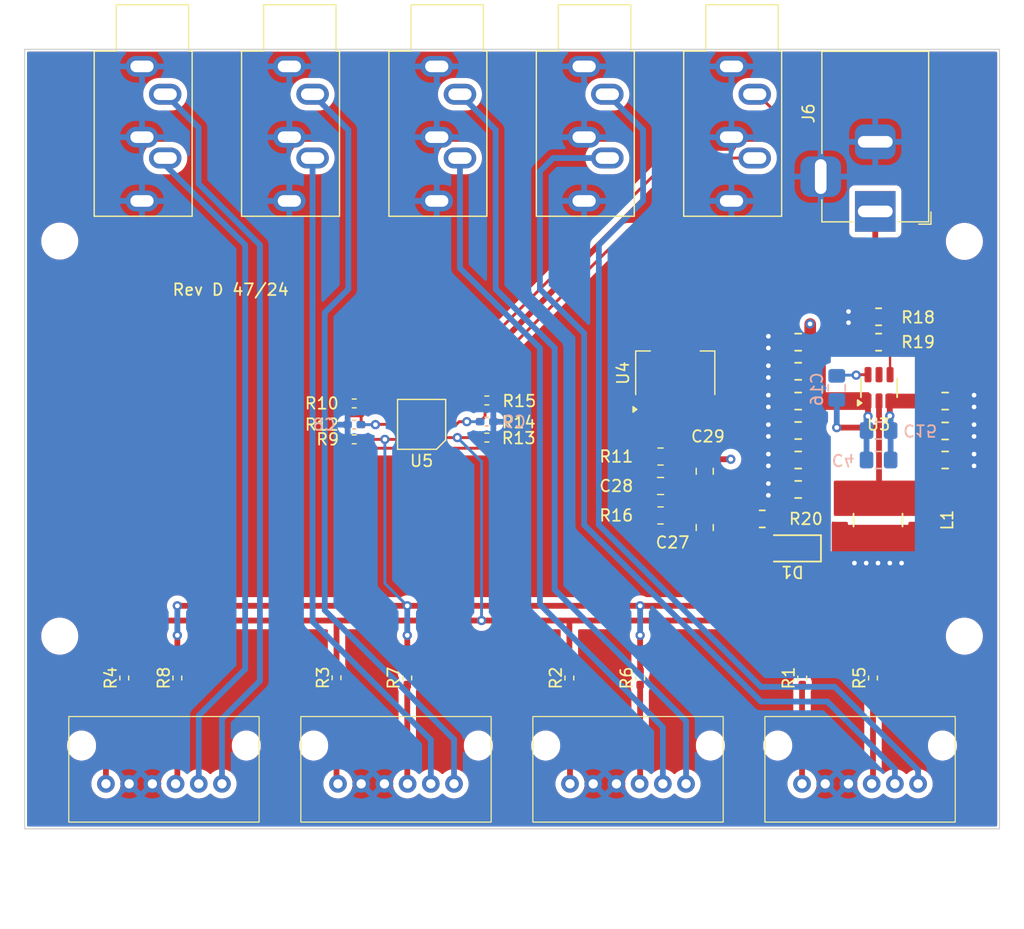
<source format=kicad_pcb>
(kicad_pcb (version 20240108) (generator "pcbnew") (generator_version "8.0")
  (title_block (title "${PROJECTNAME}") (date "2024-10-22") (rev "${REVISION}") (company "Created By: ${AUTHOR}"))
  (layers (0 "F.Cu" signal) (1 "In1.Cu" power) (2 "In2.Cu" power) (31 "B.Cu" signal) (34 "B.Paste" user) (35 "F.Paste" user) (36 "B.SilkS" user "B.Silkscreen") (37 "F.SilkS" user "F.Silkscreen") (38 "B.Mask" user) (39 "F.Mask" user) (44 "Edge.Cuts" user))
  (property "AUTHOR" "C Sutton")
  (property "PROJECTNAME" "Tiny4xPoweredStereoMixer")
  (property "REVISION" "D")
  (property "WEEK" "47/24")
  (net 0 "")
  (net 1 "+5V")
  (net 2 "GND")
  (net 3 "-2V5")
  (net 4 "Net-(U3-SW)")
  (net 5 "Net-(U3-BOOT)")
  (net 6 "Net-(D1-A)")
  (net 7 "/ch4_left_mix_in")
  (net 8 "Net-(U5A--)")
  (net 9 "/ch3_left_mix_in")
  (net 10 "/ch2_left_mix_in")
  (net 11 "/ch1_left_mix_in")
  (net 12 "/ch4_right_mix_in")
  (net 13 "Net-(U5C--)")
  (net 14 "/ch3_right_mix_in")
  (net 15 "/ch2_right_mix_in")
  (net 16 "/ch1_right_mix_in")
  (net 17 "Net-(R12-Pad1)")
  (net 18 "Net-(U5D--)")
  (net 20 "Net-(R13-Pad2)")
  (net 21 "Net-(U5B--)")
  (net 22 "/TPS54202 Inverting PSU/VSENSE")
  (net 23 "+2V5")
  (net 24 "Net-(U4-ADJ)")
  (net 25 "Net-(J1-PadR)")
  (net 26 "Net-(J1-PadT)")
  (net 27 "Net-(J2-PadT)")
  (net 28 "Net-(J2-PadR)")
  (net 29 "Net-(J3-PadT)")
  (net 30 "Net-(J3-PadR)")
  (net 31 "Net-(J4-PadR)")
  (net 32 "Net-(J4-PadT)")
  (net 33 "Net-(J9-PadT)")
  (net 34 "Net-(J9-PadR)")
  (footprint "Resistor_SMD:R_0402_1005Metric_Pad0.72x0.64mm_HandSolder" (layer "F.Cu") (at 168.656 104.648 90)
    (property "Reference" "R1")
    (property "Value" "10k")
  )
  (footprint "Capacitor_SMD:C_0805_2012Metric_Pad1.18x1.45mm_HandSolder" (layer "F.Cu") (at 180.9711 83.35)
    (property "Reference" "C2" (hide yes))
    (property "Value" "10uF")
  )
  (footprint "Connector_BarrelJack:BarrelJack_Horizontal" (layer "F.Cu") (at 174.9475 64.42 -90)
    (property "Reference" "J6")
    (property "Value" "Barrel_Jack_Switch")
  )
  (footprint "Resistor_SMD:R_0402_1005Metric_Pad0.72x0.64mm_HandSolder" (layer "F.Cu") (at 110.236 104.648 90)
    (property "Reference" "R4")
    (property "Value" "10k")
  )
  (footprint "Resistor_SMD:R_0402_1005Metric_Pad0.72x0.64mm_HandSolder" (layer "F.Cu") (at 134.62 104.648 90)
    (property "Reference" "R7")
    (property "Value" "10k")
  )
  (footprint "Resistor_SMD:R_0402_1005Metric_Pad0.72x0.64mm_HandSolder" (layer "F.Cu") (at 130.048 80.9752)
    (property "Reference" "R10")
    (property "Value" "10k")
  )
  (footprint "Resistor_SMD:R_0402_1005Metric_Pad0.72x0.64mm_HandSolder" (layer "F.Cu") (at 154.686 104.648 90)
    (property "Reference" "R6")
    (property "Value" "10k")
  )
  (footprint "Resistor_SMD:R_0805_2012Metric_Pad1.20x1.40mm_HandSolder" (layer "F.Cu") (at 156.4425 85.555 180)
    (property "Reference" "R11")
    (property "Value" "120R")
  )
  (footprint "Resistor_SMD:R_0402_1005Metric_Pad0.72x0.64mm_HandSolder" (layer "F.Cu") (at 130.048 82.804)
    (property "Reference" "R12")
    (property "Value" "10k")
  )
  (footprint "Resistor_SMD:R_0805_2012Metric_Pad1.20x1.40mm_HandSolder" (layer "F.Cu") (at 175.2346 73.5076 180)
    (property "Reference" "R18")
    (property "Value" "50K")
  )
  (footprint "Connector_Audio:Jack_3.5mm_CUI_SJ1-3535NG_Horizontal" (layer "F.Cu") (at 111.76 51.9176)
    (property "Reference" "J1" (hide yes))
    (property "Value" "AudioJack3_SwitchTR")
  )
  (footprint "Resistor_SMD:R_0805_2012Metric_Pad1.20x1.40mm_HandSolder" (layer "F.Cu") (at 156.4425 90.635)
    (property "Reference" "R16")
    (property "Value" "120R")
  )
  (footprint "Capacitor_SMD:C_0805_2012Metric_Pad1.18x1.45mm_HandSolder" (layer "F.Cu") (at 168.303 83.312)
    (property "Reference" "C26" (hide yes))
    (property "Value" "22uF")
  )
  (footprint "Resistor_SMD:R_0402_1005Metric_Pad0.72x0.64mm_HandSolder" (layer "F.Cu") (at 141.478 82.55 180)
    (property "Reference" "R14")
    (property "Value" "10k")
  )
  (footprint "Resistor_SMD:R_0402_1005Metric_Pad0.72x0.64mm_HandSolder" (layer "F.Cu") (at 141.478 83.9216)
    (property "Reference" "R13")
    (property "Value" "10k")
  )
  (footprint "Resistor_SMD:R_0402_1005Metric_Pad0.72x0.64mm_HandSolder" (layer "F.Cu") (at 148.59 104.648 90)
    (property "Reference" "R2")
    (property "Value" "10k")
  )
  (footprint "Resistor_SMD:R_0402_1005Metric_Pad0.72x0.64mm_HandSolder" (layer "F.Cu") (at 174.752 104.648 90)
    (property "Reference" "R5")
    (property "Value" "10k")
  )
  (footprint "Capacitor_SMD:C_0805_2012Metric_Pad1.18x1.45mm_HandSolder" (layer "F.Cu") (at 160.2525 86.825 -90)
    (property "Reference" "C29")
    (property "Value" "10uF")
  )
  (footprint "Connector_Audio:Jack_3.5mm_CUI_SJ1-3535NG_Horizontal" (layer "F.Cu") (at 149.86 51.9176)
    (property "Reference" "J4" (hide yes))
    (property "Value" "AudioJack3_SwitchTR")
  )
  (footprint "Resistor_SMD:R_0402_1005Metric_Pad0.72x0.64mm_HandSolder" (layer "F.Cu") (at 141.478 80.7212 180)
    (property "Reference" "R15")
    (property "Value" "10k")
  )
  (footprint "Capacitor_SMD:C_0805_2012Metric_Pad1.18x1.45mm_HandSolder" (layer "F.Cu") (at 168.303 80.772)
    (property "Reference" "C25" (hide yes))
    (property "Value" "22uF")
  )
  (footprint "Resistor_SMD:R_0402_1005Metric_Pad0.72x0.64mm_HandSolder" (layer "F.Cu") (at 130.048 84.074 180)
    (property "Reference" "R9")
    (property "Value" "10k")
  )
  (footprint "Inductor_SMD:L_Ferrocore_DLG-0403" (layer "F.Cu") (at 175.1838 91.033 -90)
    (property "Reference" "L1")
    (property "Value" "22uH")
  )
  (footprint "Package_TO_SOT_SMD:SOT-23-6" (layer "F.Cu") (at 175.2713 79.6345 90)
    (property "Reference" "U3")
    (property "Value" "TPS54202DDC")
  )
  (footprint "Resistor_SMD:R_0805_2012Metric_Pad1.20x1.40mm_HandSolder" (layer "F.Cu") (at 175.2333 75.692)
    (property "Reference" "R19")
    (property "Value" "2K4")
  )
  (footprint "MountingHole:MountingHole_2.7mm_M2.5" (layer "F.Cu") (at 182.626 101.0412)
    (property "Reference" "H4" (hide yes))
    (property "Value" "MountingHole")
  )
  (footprint "Connector_Audio:Jack_3.5mm_CUI_SJ1-3535NG_Horizontal" (layer "F.Cu") (at 137.16 51.9176)
    (property "Reference" "J3" (hide yes))
    (property "Value" "AudioJack3_SwitchTR")
  )
  (footprint "Capacitor_SMD:C_0805_2012Metric_Pad1.18x1.45mm_HandSolder" (layer "F.Cu") (at 168.303 78.204)
    (property "Reference" "C24" (hide yes))
    (property "Value" "22uF")
  )
  (footprint "MountingHole:MountingHole_2.7mm_M2.5" (layer "F.Cu") (at 104.6734 101.0412)
    (property "Reference" "H3" (hide yes))
    (property "Value" "MountingHole")
  )
  (footprint "Resistor_SMD:R_0402_1005Metric_Pad0.72x0.64mm_HandSolder" (layer "F.Cu") (at 128.524 104.632 90)
    (property "Reference" "R3")
    (property "Value" "10k")
  )
  (footprint "Capacitor_SMD:C_0805_2012Metric_Pad1.18x1.45mm_HandSolder" (layer "F.Cu") (at 180.9711 80.772)
    (property "Reference" "C1" (hide yes))
    (property "Value" "10uF")
  )
  (footprint "Capacitor_SMD:C_0805_2012Metric_Pad1.18x1.45mm_HandSolder" (layer "F.Cu") (at 168.303 85.852)
    (property "Reference" "C21" (hide yes))
    (property "Value" "100nF")
  )
  (footprint "Capacitor_SMD:C_0805_2012Metric_Pad1.18x1.45mm_HandSolder" (layer "F.Cu") (at 168.303 88.392)
    (property "Reference" "C22" (hide yes))
    (property "Value" "22uF")
  )
  (footprint "Capacitor_SMD:C_0805_2012Metric_Pad1.18x1.45mm_HandSolder" (layer "F.Cu") (at 156.4425 88.095)
    (property "Reference" "C28")
    (property "Value" "22uF")
  )
  (footprint "MountingHole:MountingHole_2.7mm_M2.5" (layer "F.Cu") (at 182.626 67.0052)
    (property "Reference" "H2" (hide yes))
    (property "Value" "MountingHole")
  )
  (footprint "MountingHole:MountingHole_2.7mm_M2.5" (layer "F.Cu") (at 104.6734 66.9798)
    (property "Reference" "H1" (hide yes))
    (property "Value" "MountingHole")
  )
  (footprint "Potentiometers:Alps_RK12L12_Double_Horizontal" (layer "F.Cu") (at 113.653 110.472)
    (property "Reference" "RV1" (hide yes))
    (property "Value" "10k" (hide yes))
  )
  (footprint "Connector_Audio:Jack_3.5mm_CUI_SJ1-3535NG_Horizontal" (layer "F.Cu") (at 162.56 51.9176)
    (property "Reference" "J9" (hide yes))
    (property "Value" "AudioJack3_SwitchTR")
  )
  (footprint "Capacitor_SMD:C_0805_2012Metric_Pad1.18x1.45mm_HandSolder" (layer "F.Cu") (at 180.9711 85.852)
    (property "Reference" "C3" (hide yes))
    (property "Value" "100nF")
  )
  (footprint "Capacitor_SMD:C_0805_2012Metric_Pad1.18x1.45mm_HandSolder" (layer "F.Cu") (at 160.2525 91.6725 -90)
    (property "Reference" "C27")
    (property "Value" "10uF")
  )
  (footprint "LED_SMD:LED_1206_3216Metric_Pad1.42x1.75mm_HandSolder" (layer "F.Cu") (at 167.8067 93.472 180)
    (property "Reference" "D1")
    (property "Value" "LED")
  )
  (footprint "Connector_Audio:Jack_3.5mm_CUI_SJ1-3535NG_Horizontal" (layer "F.Cu") (at 124.46 51.9176)
    (property "Reference" "J2" (hide yes))
    (property "Value" "AudioJack3_SwitchTR")
  )
  (footprint "Potentiometers:Alps_RK12L12_Double_Horizontal" (layer "F.Cu") (at 133.648066 110.472)
    (property "Reference" "RV2" (hide yes))
    (property "Value" "10k" (hide yes))
  )
  (footprint "SOT-23-THIN-14:SOIC-14" (layer "F.Cu") (at 135.856 82.78 90)
    (property "Reference" "U5")
    (property "Value" "TL074")
  )
  (footprint "Potentiometers:Alps_RK12L12_Double_Horizontal" (layer "F.Cu") (at 153.643132 110.472)
    (property "Reference" "RV3" (hide yes))
    (property "Value" "10k" (hide yes))
  )
  (footprint "Resistor_SMD:R_0402_1005Metric_Pad0.72x0.64mm_HandSolder" (layer "F.Cu") (at 114.808 104.648 90)
    (property "Reference" "R8")
    (property "Value" "10k")
  )
  (footprint "Resistor_SMD:R_0805_2012Metric_Pad1.20x1.40mm_HandSolder" (layer "F.Cu") (at 165.211 90.932)
    (property "Reference" "R20")
    (property "Value" "2K2")
  )
  (footprint "Package_TO_SOT_SMD:SOT-223-3_TabPin2" (layer "F.Cu") (at 157.7125 78.3625 90)
    (property "Reference" "U4")
    (property "Value" "LM1117MP-ADJ")
  )
  (footprint "Capacitor_SMD:C_0805_2012Metric_Pad1.18x1.45mm_HandSolder" (layer "F.Cu") (at 168.303 75.692)
    (property "Reference" "C23" (hide yes))
    (property "Value" "22uF")
  )
  (footprint "Potentiometers:Alps_RK12L12_Double_Horizontal" (layer "F.Cu") (at 173.6382 110.472)
    (property "Reference" "RV4" (hide yes))
    (property "Value" "10k" (hide yes))
  )
  (footprint "Capacitor_SMD:C_0805_2012Metric_Pad1.18x1.45mm_HandSolder" (layer "B.Cu") (at 171.6278 79.6345 -90)
    (property "Reference" "C16")
    (property "Value" "100nF")
  )
  (footprint "Capacitor_SMD:C_0805_2012Metric_Pad1.18x1.45mm_HandSolder" (layer "B.Cu") (at 175.2333 85.852 180)
    (property "Reference" "C4")
    (property "Value" "100nF")
  )
  (footprint "Capacitor_SMD:C_0402_1005Metric_Pad0.74x0.62mm_HandSolder" (layer "B.Cu") (at 141.4693 82.55)
    (property "Reference" "C9")
    (property "Value" "100nF")
  )
  (footprint "Capacitor_SMD:C_0805_2012Metric_Pad1.18x1.45mm_HandSolder" (layer "B.Cu") (at 175.2333 83.312 180)
    (property "Reference" "C15")
    (property "Value" "10uF")
  )
  (footprint "Capacitor_SMD:C_0402_1005Metric_Pad0.74x0.62mm_HandSolder" (layer "B.Cu") (at 130.048 82.804 180)
    (property "Reference" "C8")
    (property "Value" "100nF")
  )
  (gr_line (start 101.6508 117.6528) (end 101.6508 50.4444) (stroke (width 0.1)) (layer "Edge.Cuts"))
  (gr_line (start 101.6508 50.4444) (end 185.6508 50.4444) (stroke (width 0.1)) (layer "Edge.Cuts"))
  (gr_line (start 185.6508 50.4444) (end 185.6508 117.6528) (stroke (width 0.1)) (layer "Edge.Cuts"))
  (gr_line (start 185.6508 117.6528) (end 101.6508 117.6528) (stroke (width 0.1)) (layer "Edge.Cuts"))
  (gr_text "${PROJECTNAME}\n" (at 114.2492 69.7992 0) (layer "F.SilkS") (effects (font (size 2 2) (thickness 0.3)) (justify left bottom)))
  (gr_text "Rev ${REVISION} ${WEEK}\n" (at 114.3 71.755 0) (layer "F.SilkS") (effects (font (size 1 1) (thickness 0.153)) (justify left bottom)))
  (segment (start 160.0125 81.28) (end 163.83 81.28) (width 0.5) (layer "F.Cu") (net 1))
  (segment (start 176.1998 82.042) (end 176.1998 80.7935) (width 0.5) (layer "F.Cu") (net 1))
  (segment (start 163.83 72.39) (end 163.83 87.0575) (width 0.5) (layer "F.Cu") (net 1))
  (segment (start 173.99 68.58) (end 167.64 68.58) (width 0.5) (layer "F.Cu") (net 1))
  (segment (start 173.99 68.58) (end 174.9475 68.58) (width 0.5) (layer "F.Cu") (net 1))
  (segment (start 167.64 68.58) (end 163.83 72.39) (width 0.5) (layer "F.Cu") (net 1))
  (segment (start 176.1998 80.7935) (end 176.2213 80.772) (width 0.5) (layer "F.Cu") (net 1))
  (segment (start 179.9336 71.9836) (end 176.53 68.58) (width 0.5) (layer "F.Cu") (net 1))
  (segment (start 179.9336 85.852) (end 179.9336 71.9836) (width 0.5) (layer "F.Cu") (net 1))
  (segment (start 176.53 68.58) (end 173.99 68.58) (width 0.5) (layer "F.Cu") (net 1))
  (segment (start 163.83 87.0575) (end 160.2525 90.635) (width 0.5) (layer "F.Cu") (net 1))
  (segment (start 174.9475 68.58) (end 174.9475 64.42) (width 0.5) (layer "F.Cu") (net 1))
  (via (at 176.1998 82.042) (size 0.8) (drill 0.4) (layers "F.Cu" "B.Cu") (net 1))
  (segment (start 176.2708 83.312) (end 176.2708 82.113) (width 0.5) (layer "B.Cu") (net 1))
  (segment (start 176.2708 85.852) (end 176.2708 83.312) (width 0.5) (layer "B.Cu") (net 1))
  (segment (start 176.2708 82.113) (end 176.1998 82.042) (width 0.5) (layer "B.Cu") (net 1))
  (segment (start 135.8392 82.28) (end 136.906 82.28) (width 0.25) (layer "F.Cu") (net 2))
  (segment (start 134.806 82.28) (end 135.8392 82.28) (width 0.25) (layer "F.Cu") (net 2))
  (segment (start 135.8392 83.28) (end 134.806 83.28) (width 0.25) (layer "F.Cu") (net 2))
  (segment (start 136.906 83.28) (end 135.8392 83.28) (width 0.25) (layer "F.Cu") (net 2))
  (segment (start 135.8392 82.28) (end 135.8392 80.7212) (width 0.25) (layer "F.Cu") (net 2))
  (segment (start 135.8392 82.28) (end 135.8392 83.28) (width 0.25) (layer "F.Cu") (net 2))
  (segment (start 135.8392 83.28) (end 135.8392 84.9884) (width 0.25) (layer "F.Cu") (net 2))
  (via (at 165.735 78.74) (size 0.8) (drill 0.4) (layers "F.Cu" "B.Cu") (net 2))
  (via (at 172.6438 73.0504) (size 0.8) (drill 0.4) (layers "F.Cu" "B.Cu") (net 2))
  (via (at 177.2158 94.742) (size 0.8) (drill 0.4) (layers "F.Cu" "B.Cu") (net 2))
  (via (at 173.1518 94.742) (size 0.8) (drill 0.4) (layers "F.Cu" "B.Cu") (net 2))
  (via (at 176.1998 94.742) (size 0.8) (drill 0.4) (layers "F.Cu" "B.Cu") (net 2))
  (via (at 165.735 86.36) (size 0.8) (drill 0.4) (layers "F.Cu" "B.Cu") (net 2))
  (via (at 165.735 83.82) (size 0.8) (drill 0.4) (layers "F.Cu" "B.Cu") (net 2))
  (via (at 165.735 81.28) (size 0.8) (drill 0.4) (layers "F.Cu" "B.Cu") (net 2))
  (via (at 165.735 75.184) (size 0.8) (drill 0.4) (layers "F.Cu" "B.Cu") (net 2))
  (via (at 165.735 82.804) (size 0.8) (drill 0.4) (layers "F.Cu" "B.Cu") (net 2))
  (via (at 183.4616 83.82) (size 0.8) (drill 0.4) (layers "F.Cu" "B.Cu") (net 2))
  (via (at 165.735 88.9) (size 0.8) (drill 0.4) (layers "F.Cu" "B.Cu") (net 2))
  (via (at 165.735 85.344) (size 0.8) (drill 0.4) (layers "F.Cu" "B.Cu") (net 2))
  (via (at 174.1678 94.742) (size 0.8) (drill 0.4) (layers "F.Cu" "B.Cu") (net 2))
  (via (at 175.1838 94.742) (size 0.8) (drill 0.4) (layers "F.Cu" "B.Cu") (net 2))
  (via (at 165.735 80.264) (size 0.8) (drill 0.4) (layers "F.Cu" "B.Cu") (net 2))
  (via (at 172.6438 74.0156) (size 0.8) (drill 0.4) (layers "F.Cu" "B.Cu") (net 2))
  (via (at 165.735 76.2) (size 0.8) (drill 0.4) (layers "F.Cu" "B.Cu") (net 2))
  (via (at 183.4616 85.344) (size 0.8) (drill 0.4) (layers "F.Cu" "B.Cu") (net 2))
  (via (at 183.4616 82.804) (size 0.8) (drill 0.4) (layers "F.Cu" "B.Cu") (net 2))
  (via (at 183.4616 80.264) (size 0.8) (drill 0.4) (layers "F.Cu" "B.Cu") (net 2))
  (via (at 183.4616 86.36) (size 0.8) (drill 0.4) (layers "F.Cu" "B.Cu") (net 2))
  (via (at 165.735 87.884) (size 0.8) (drill 0.4) (layers "F.Cu" "B.Cu") (net 2))
  (via (at 183.4616 81.28) (size 0.8) (drill 0.4) (layers "F.Cu" "B.Cu") (net 2))
  (via (at 165.735 77.724) (size 0.8) (drill 0.4) (layers "F.Cu" "B.Cu") (net 2))
  (segment (start 174.3213 82.0825) (end 174.3213 80.772) (width 0.5) (layer "F.Cu") (net 3))
  (segment (start 174.2333 75.692) (end 169.3405 75.692) (width 0.2) (layer "F.Cu") (net 3))
  (segment (start 131.9008 82.78) (end 134.806 82.78) (width 0.25) (layer "F.Cu") (net 3))
  (segment (start 131.8768 82.804) (end 131.9008 82.78) (width 0.25) (layer "F.Cu") (net 3))
  (segment (start 169.3418 75.692) (end 169.3418 74.1319) (width 1) (layer "F.Cu") (net 3))
  (segment (start 169.3405 88.392) (end 169.3405 75.692) (width 0.5) (layer "F.Cu") (net 3))
  (via (at 131.8768 82.804) (size 0.8) (drill 0.4) (layers "F.Cu" "B.Cu") (net 3))
  (via (at 169.3271 74.1172) (size 0.8) (drill 0.4) (layers "F.Cu" "B.Cu") (net 3))
  (via (at 174.3213 82.0825) (size 0.8) (drill 0.4) (layers "F.Cu" "B.Cu") (net 3))
  (segment (start 174.3213 82.0825) (end 174.1958 82.208) (width 0.5) (layer "B.Cu") (net 3))
  (segment (start 174.1958 85.852) (end 174.1958 83.312) (width 0.5) (layer "B.Cu") (net 3))
  (segment (start 174.1958 82.208) (end 174.1958 83.312) (width 0.5) (layer "B.Cu") (net 3))
  (segment (start 130.6155 82.804) (end 131.8768 82.804) (width 0.25) (layer "B.Cu") (net 3))
  (segment (start 175.2713 89.3205) (end 175.1838 89.408) (width 0.5) (layer "F.Cu") (net 4))
  (segment (start 175.2713 83.058) (end 175.2713 89.3205) (width 0.5) (layer "F.Cu") (net 4))
  (segment (start 175.2713 83.058) (end 171.6278 83.058) (width 0.5) (layer "F.Cu") (net 4))
  (segment (start 175.2713 83.058) (end 175.2713 80.772) (width 0.5) (layer "F.Cu") (net 4))
  (via (at 171.6278 83.058) (size 0.8) (drill 0.4) (layers "F.Cu" "B.Cu") (net 4))
  (segment (start 171.6278 83.058) (end 171.6278 80.672) (width 0.5) (layer "B.Cu") (net 4))
  (segment (start 174.3213 78.497) (end 173.344 78.497) (width 0.25) (layer "F.Cu") (net 5))
  (segment (start 173.344 78.497) (end 173.3042 78.5368) (width 0.25) (layer "F.Cu") (net 5))
  (via (at 173.3042 78.5368) (size 0.8) (drill 0.4) (layers "F.Cu" "B.Cu") (net 5))
  (segment (start 173.3042 78.5368) (end 171.688 78.5368) (width 0.25) (layer "B.Cu") (net 5))
  (segment (start 171.688 78.5368) (end 171.6278 78.597) (width 0.25) (layer "B.Cu") (net 5))
  (segment (start 164.211 93.218) (end 164.465 93.472) (width 0.5) (layer "F.Cu") (net 6))
  (segment (start 164.465 93.472) (end 166.3192 93.472) (width 0.5) (layer "F.Cu") (net 6))
  (segment (start 164.211 90.932) (end 164.211 93.218) (width 0.5) (layer "F.Cu") (net 6))
  (segment (start 168.6382 105.2633) (end 168.656 105.2455) (width 0.5) (layer "F.Cu") (net 7))
  (segment (start 168.656 105.2455) (end 168.656 105.648) (width 0.5) (layer "F.Cu") (net 7))
  (segment (start 168.6382 114.1222) (end 168.6382 105.2633) (width 0.5) (layer "F.Cu") (net 7))
  (segment (start 137.6144 83.78) (end 136.906 83.78) (width 0.25) (layer "F.Cu") (net 8))
  (segment (start 168.656 104.0505) (end 168.656 99.695) (width 0.5) (layer "F.Cu") (net 8))
  (segment (start 148.59 104.0505) (end 148.59 99.695) (width 0.5) (layer "F.Cu") (net 8))
  (segment (start 148.59 99.695) (end 128.524 99.695) (width 0.5) (layer "F.Cu") (net 8))
  (segment (start 138.938 83.9216) (end 140.8805 83.9216) (width 0.25) (layer "F.Cu") (net 8))
  (segment (start 137.756 83.9216) (end 137.6144 83.78) (width 0.25) (layer "F.Cu") (net 8))
  (segment (start 138.938 83.9216) (end 137.756 83.9216) (width 0.25) (layer "F.Cu") (net 8))
  (segment (start 110.236 104.0505) (end 110.236 99.695) (width 0.5) (layer "F.Cu") (net 8))
  (segment (start 128.524 99.695) (end 110.236 99.695) (width 0.5) (layer "F.Cu") (net 8))
  (segment (start 128.524 104.0345) (end 128.524 99.695) (width 0.5) (layer "F.Cu") (net 8))
  (segment (start 168.656 99.695) (end 148.59 99.695) (width 0.5) (layer "F.Cu") (net 8))
  (via (at 141.0208 99.695) (size 0.8) (drill 0.4) (layers "F.Cu" "B.Cu") (net 8))
  (via (at 138.938 83.9216) (size 0.8) (drill 0.4) (layers "F.Cu" "B.Cu") (net 8))
  (segment (start 138.938 83.9216) (end 141.0208 86.0044) (width 0.25) (layer "B.Cu") (net 8))
  (segment (start 141.0208 86.0044) (end 141.0208 99.695) (width 0.25) (layer "B.Cu") (net 8))
  (segment (start 148.643132 114.1222) (end 148.643132 105.298632) (width 0.5) (layer "F.Cu") (net 9))
  (segment (start 148.59 105.2455) (end 148.59 105.648) (width 0.5) (layer "F.Cu") (net 9))
  (segment (start 148.643132 105.298632) (end 148.59 105.2455) (width 0.5) (layer "F.Cu") (net 9))
  (segment (start 128.524 113.998134) (end 128.648066 114.1222) (width 0.5) (layer "F.Cu") (net 10))
  (segment (start 128.524 105.2295) (end 128.524 113.998134) (width 0.5) (layer "F.Cu") (net 10))
  (segment (start 110.236 109.474) (end 110.236 105.2455) (width 0.5) (layer "F.Cu") (net 11))
  (segment (start 108.653 111.057) (end 110.236 109.474) (width 0.5) (layer "F.Cu") (net 11))
  (segment (start 108.653 114.1222) (end 108.653 111.057) (width 0.5) (layer "F.Cu") (net 11))
  (segment (start 174.752 105.2455) (end 174.752 114.0084) (width 0.5) (layer "F.Cu") (net 12))
  (segment (start 174.752 114.0084) (end 174.6382 114.1222) (width 0.5) (layer "F.Cu") (net 12))
  (segment (start 130.6455 82.1315) (end 130.556 82.042) (width 0.25) (layer "F.Cu") (net 13))
  (segment (start 130.735 82.042) (end 130.556 82.042) (width 0.25) (layer "F.Cu") (net 13))
  (segment (start 130.6455 82.804) (end 130.6455 82.1315) (width 0.25) (layer "F.Cu") (net 13))
  (segment (start 129.4505 81.8001) (end 129.4505 80.9752) (width 0.25) (layer "F.Cu") (net 13))
  (segment (start 130.997 81.78) (end 130.735 82.042) (width 0.25) (layer "F.Cu") (net 13))
  (segment (start 134.806 81.78) (end 130.997 81.78) (width 0.25) (layer "F.Cu") (net 13))
  (segment (start 130.556 82.042) (end 129.6924 82.042) (width 0.25) (layer "F.Cu") (net 13))
  (segment (start 129.6924 82.042) (end 129.4505 81.8001) (width 0.25) (layer "F.Cu") (net 13))
  (segment (start 154.686 105.2455) (end 154.686 114.079332) (width 0.5) (layer "F.Cu") (net 14))
  (segment (start 154.686 114.079332) (end 154.643132 114.1222) (width 0.5) (layer "F.Cu") (net 14))
  (segment (start 134.62 105.2455) (end 134.62 114.094134) (width 0.5) (layer "F.Cu") (net 15))
  (segment (start 134.62 114.094134) (end 134.648066 114.1222) (width 0.5) (layer "F.Cu") (net 15))
  (segment (start 114.808 113.9672) (end 114.653 114.1222) (width 0.5) (layer "F.Cu") (net 16))
  (segment (start 114.808 105.2455) (end 114.808 113.9672) (width 0.5) (layer "F.Cu") (net 16))
  (segment (start 129.4505 84.074) (end 129.4505 82.804) (width 0.25) (layer "F.Cu") (net 17))
  (segment (start 129.4505 84.53725) (end 129.4505 84.074) (width 0.25) (layer "F.Cu") (net 17))
  (segment (start 134.62 84.836) (end 129.74925 84.836) (width 0.25) (layer "F.Cu") (net 17))
  (segment (start 134.806 84.28) (end 134.806 84.65) (width 0.25) (layer "F.Cu") (net 17))
  (segment (start 134.806 84.65) (end 134.62 84.836) (width 0.25) (layer "F.Cu") (net 17))
  (segment (start 129.74925 84.836) (end 129.4505 84.53725) (width 0.25) (layer "F.Cu") (net 17))
  (segment (start 129.54 82.7145) (end 129.4505 82.804) (width 0.25) (layer "F.Cu") (net 17))
  (segment (start 132.6896 84.074) (end 133.687 84.074) (width 0.25) (layer "F.Cu") (net 18))
  (segment (start 154.686 98.425) (end 174.752 98.425) (width 0.5) (layer "F.Cu") (net 18))
  (segment (start 133.687 84.074) (end 133.981 83.78) (width 0.25) (layer "F.Cu") (net 18))
  (segment (start 132.6896 84.074) (end 130.6455 84.074) (width 0.25) (layer "F.Cu") (net 18))
  (segment (start 174.752 98.425) (end 174.752 104.0505) (width 0.5) (layer "F.Cu") (net 18))
  (segment (start 133.981 83.78) (end 134.806 83.78) (width 0.25) (layer "F.Cu") (net 18))
  (segment (start 154.686 104.0505) (end 154.686 100.965) (width 0.5) (layer "F.Cu") (net 18))
  (segment (start 134.62 104.0505) (end 134.62 100.965) (width 0.5) (layer "F.Cu") (net 18))
  (segment (start 154.686 98.425) (end 134.62 98.425) (width 0.5) (layer "F.Cu") (net 18))
  (segment (start 114.808 104.0505) (end 114.808 100.965) (width 0.5) (layer "F.Cu") (net 18))
  (segment (start 134.62 98.425) (end 114.808 98.425) (width 0.5) (layer "F.Cu") (net 18))
  (via (at 154.686 98.425) (size 0.8) (drill 0.4) (layers "F.Cu" "B.Cu") (net 18))
  (via (at 132.6896 84.074) (size 0.8) (drill 0.4) (layers "F.Cu" "B.Cu") (net 18))
  (via (at 134.62 100.965) (size 0.8) (drill 0.4) (layers "F.Cu" "B.Cu") (net 18))
  (via (at 134.62 98.425) (size 0.8) (drill 0.4) (layers "F.Cu" "B.Cu") (net 18))
  (via (at 154.686 100.965) (size 0.8) (drill 0.4) (layers "F.Cu" "B.Cu") (net 18))
  (via (at 114.808 100.965) (size 0.8) (drill 0.4) (layers "F.Cu" "B.Cu") (net 18))
  (via (at 114.808 98.425) (size 0.8) (drill 0.4) (layers "F.Cu" "B.Cu") (net 18))
  (segment (start 132.6896 96.4946) (end 134.62 98.425) (width 0.25) (layer "B.Cu") (net 18))
  (segment (start 114.808 100.965) (end 114.808 98.425) (width 0.5) (layer "B.Cu") (net 18))
  (segment (start 154.686 100.965) (end 154.686 98.425) (width 0.5) (layer "B.Cu") (net 18))
  (segment (start 134.62 100.965) (end 134.62 98.425) (width 0.5) (layer "B.Cu") (net 18))
  (segment (start 132.6896 84.074) (end 132.6896 96.4946) (width 0.25) (layer "B.Cu") (net 18))
  (segment (start 141.478 84.836) (end 142.0755 84.2385) (width 0.25) (layer "F.Cu") (net 20))
  (segment (start 136.906 84.328) (end 137.414 84.836) (width 0.25) (layer "F.Cu") (net 20))
  (segment (start 137.414 84.836) (end 141.478 84.836) (width 0.25) (layer "F.Cu") (net 20))
  (segment (start 142.0755 84.2385) (end 142.0755 82.804) (width 0.25) (layer "F.Cu") (net 20))
  (segment (start 136.906 84.28) (end 136.906 84.328) (width 0.25) (layer "F.Cu") (net 20))
  (segment (start 138.8618 81.4832) (end 138.565 81.78) (width 0.25) (layer "F.Cu") (net 21))
  (segment (start 142.0755 80.7212) (end 142.0755 81.473336) (width 0.25) (layer "F.Cu") (net 21))
  (segment (start 141.3223 81.4832) (end 138.8618 81.4832) (width 0.25) (layer "F.Cu") (net 21))
  (segment (start 138.565 81.78) (end 136.906 81.78) (width 0.25) (layer "F.Cu") (net 21))
  (segment (start 142.065636 81.4832) (end 141.3223 81.4832) (width 0.25) (layer "F.Cu") (net 21))
  (segment (start 141.3223 82.1082) (end 140.8805 82.55) (width 0.25) (layer "F.Cu") (net 21))
  (segment (start 141.3223 81.4832) (end 141.3223 82.1082) (width 0.25) (layer "F.Cu") (net 21))
  (segment (start 142.0755 81.473336) (end 142.065636 81.4832) (width 0.25) (layer "F.Cu") (net 21))
  (segment (start 176.2333 73.5089) (end 176.2346 73.5076) (width 0.2) (layer "F.Cu") (net 22))
  (segment (start 176.2333 75.692) (end 176.2333 73.5089) (width 0.2) (layer "F.Cu") (net 22))
  (segment (start 176.2213 75.704) (end 176.2333 75.692) (width 0.2) (layer "F.Cu") (net 22))
  (segment (start 176.2213 78.497) (end 176.2213 75.704) (width 0.2) (layer "F.Cu") (net 22))
  (segment (start 159.9825 84.015) (end 158.9825 84.015) (width 0.5) (layer "F.Cu") (net 23))
  (segment (start 157.4425 85.555) (end 157.4425 84.285) (width 0.5) (layer "F.Cu") (net 23))
  (segment (start 157.4425 84.285) (end 157.7125 84.015) (width 0.5) (layer "F.Cu") (net 23))
  (segment (start 162.56 85.725) (end 162.4975 85.7875) (width 0.5) (layer "F.Cu") (net 23))
  (segment (start 138.8604 82.78) (end 136.906 82.78) (width 0.25) (layer "F.Cu") (net 23))
  (segment (start 160.2525 85.7875) (end 162.4975 85.7875) (width 0.5) (layer "F.Cu") (net 23))
  (segment (start 139.0904 82.55) (end 138.8604 82.78) (width 0.25) (layer "F.Cu") (net 23))
  (segment (start 139.0904 82.55) (end 139.7508 82.55) (width 0.25) (layer "F.Cu") (net 23))
  (segment (start 160.2525 84.285) (end 159.9825 84.015) (width 0.5) (layer "F.Cu") (net 23))
  (segment (start 157.7125 84.015) (end 158.9825 84.015) (width 0.5) (layer "F.Cu") (net 23))
  (segment (start 160.2525 85.7875) (end 160.2525 84.285) (width 0.5) (layer "F.Cu") (net 23))
  (segment (start 157.7125 75.2125) (end 157.7125 84.015) (width 0.5) (layer "F.Cu") (net 23))
  (via (at 139.7508 82.55) (size 0.8) (drill 0.4) (layers "F.Cu" "B.Cu") (net 23))
  (via (at 162.4975 85.7875) (size 0.8) (drill 0.4) (layers "F.Cu" "B.Cu") (net 23))
  (segment (start 140.9018 82.55) (end 139.819263 82.55) (width 0.25) (layer "B.Cu") (net 23))
  (segment (start 139.819263 82.55) (end 139.786368 82.582895) (width 0.25) (layer "B.Cu") (net 23))
  (segment (start 155.4425 85.555) (end 155.4125 85.525) (width 0.5) (layer "F.Cu") (net 24))
  (segment (start 155.4425 85.555) (end 155.4425 90.635) (width 0.5) (layer "F.Cu") (net 24))
  (segment (start 155.4425 85.555) (end 155.4425 84.94) (width 0.5) (layer "F.Cu") (net 24))
  (segment (start 155.4125 85.525) (end 155.4125 81.5125) (width 0.5) (layer "F.Cu") (net 24))
  (segment (start 116.653 107.883) (end 116.653 114.1222) (width 0.5) (layer "B.Cu") (net 25))
  (segment (start 113.76 60.42) (end 120.65 67.31) (width 0.5) (layer "B.Cu") (net 25))
  (segment (start 120.65 67.31) (end 120.65 103.886) (width 0.5) (layer "B.Cu") (net 25))
  (segment (start 120.65 103.886) (end 116.653 107.883) (width 0.5) (layer "B.Cu") (net 25))
  (segment (start 113.76 59.8176) (end 113.76 60.42) (width 0.5) (layer "B.Cu") (net 25))
  (segment (start 118.653 108.169) (end 118.653 114.1222) (width 0.5) (layer "B.Cu") (net 26))
  (segment (start 116.6318 57.1894) (end 116.6318 62.0218) (width 0.5) (layer "B.Cu") (net 26))
  (segment (start 121.92 104.902) (end 118.653 108.169) (width 0.5) (layer "B.Cu") (net 26))
  (segment (start 113.76 54.3176) (end 116.6318 57.1894) (width 0.5) (layer "B.Cu") (net 26))
  (segment (start 116.6318 62.0218) (end 121.92 67.31) (width 0.5) (layer "B.Cu") (net 26))
  (segment (start 121.92 67.31) (end 121.92 104.902) (width 0.5) (layer "B.Cu") (net 26))
  (segment (start 127.508 73.152) (end 127.508 98.806) (width 0.5) (layer "B.Cu") (net 27))
  (segment (start 138.648066 109.946066) (end 138.648066 114.1222) (width 0.5) (layer "B.Cu") (net 27))
  (segment (start 127.508 98.806) (end 138.648066 109.946066) (width 0.5) (layer "B.Cu") (net 27))
  (segment (start 126.46 54.3176) (end 129.54 57.3976) (width 0.5) (layer "B.Cu") (net 27))
  (segment (start 129.54 57.3976) (end 129.54 71.12) (width 0.5) (layer "B.Cu") (net 27))
  (segment (start 129.54 71.12) (end 127.508 73.152) (width 0.5) (layer "B.Cu") (net 27))
  (segment (start 136.648066 109.978066) (end 136.648066 114.1222) (width 0.5) (layer "B.Cu") (net 28))
  (segment (start 126.46 59.8176) (end 126.46 99.79) (width 0.5) (layer "B.Cu") (net 28))
  (segment (start 126.46 99.79) (end 136.648066 109.978066) (width 0.5) (layer "B.Cu") (net 28))
  (segment (start 158.643132 108.351132) (end 158.643132 114.1222) (width 0.5) (layer "B.Cu") (net 29))
  (segment (start 147.32 97.028) (end 158.643132 108.351132) (width 0.5) (layer "B.Cu") (net 29))
  (segment (start 142.24 71.12) (end 147.32 76.2) (width 0.5) (layer "B.Cu") (net 29))
  (segment (start 142.24 57.3976) (end 142.24 71.12) (width 0.5) (layer "B.Cu") (net 29))
  (segment (start 147.32 76.2) (end 147.32 97.028) (width 0.5) (layer "B.Cu") (net 29))
  (segment (start 139.16 54.3176) (end 142.24 57.3976) (width 0.5) (layer "B.Cu") (net 29))
  (segment (start 156.643132 108.891132) (end 156.643132 114.1222) (width 0.5) (layer "B.Cu") (net 30))
  (segment (start 139.16 69.31) (end 146.05 76.2) (width 0.5) (layer "B.Cu") (net 30))
  (segment (start 146.05 98.298) (end 156.643132 108.891132) (width 0.5) (layer "B.Cu") (net 30))
  (segment (start 139.16 59.8176) (end 139.16 69.31) (width 0.5) (layer "B.Cu") (net 30))
  (segment (start 146.05 76.2) (end 146.05 98.298) (width 0.5) (layer "B.Cu") (net 30))
  (segment (start 146.05 71.12) (end 149.86 74.93) (width 0.5) (layer "B.Cu") (net 31))
  (segment (start 146.05 60.96) (end 146.05 71.12) (width 0.5) (layer "B.Cu") (net 31))
  (segment (start 147.1924 59.8176) (end 146.05 60.96) (width 0.5) (layer "B.Cu") (net 31))
  (segment (start 149.86 74.93) (end 149.86 91.44) (width 0.5) (layer "B.Cu") (net 31))
  (segment (start 149.86 91.44) (end 165.1 106.68) (width 0.5) (layer "B.Cu") (net 31))
  (segment (start 170.815 106.68) (end 176.6382 112.5032) (width 0.5) (layer "B.Cu") (net 31))
  (segment (start 165.1 106.68) (end 170.815 106.68) (width 0.5) (layer "B.Cu") (net 31))
  (segment (start 176.6382 112.5032) (end 176.6382 114.1222) (width 0.5) (layer "B.Cu") (net 31))
  (segment (start 151.86 59.8176) (end 147.1924 59.8176) (width 0.5) (layer "B.Cu") (net 31))
  (segment (start 178.6382 113.772) (end 178.6382 114.1222) (width 0.5) (layer "B.Cu") (net 32))
  (segment (start 154.94 63.5) (end 151.13 67.31) (width 0.5) (layer "B.Cu") (net 32))
  (segment (start 171.45 105.41) (end 178.6382 112.5982) (width 0.5) (layer "B.Cu") (net 32))
  (segment (start 154.94 57.3976) (end 154.94 63.5) (width 0.5) (layer "B.Cu") (net 32))
  (segment (start 151.13 67.31) (end 151.13 91.44) (width 0.5) (layer "B.Cu") (net 32))
  (segment (start 151.86 54.3176) (end 154.94 57.3976) (width 0.5) (layer "B.Cu") (net 32))
  (segment (start 178.6382 112.5982) (end 178.6382 113.772) (width 0.5) (layer "B.Cu") (net 32))
  (segment (start 165.1 105.41) (end 171.45 105.41) (width 0.5) (layer "B.Cu") (net 32))
  (segment (start 151.13 91.44) (end 165.1 105.41) (width 0.5) (layer "B.Cu") (net 32))
  (segment (start 153.62525 66.04) (end 140.8805 78.78475) (width 0.25) (layer "F.Cu") (net 33))
  (segment (start 167.132 56.642) (end 167.132 63.754) (width 0.25) (layer "F.Cu") (net 33))
  (segment (start 164.846 66.04) (end 153.62525 66.04) (width 0.25) (layer "F.Cu") (net 33))
  (segment (start 164.8076 54.3176) (end 167.132 56.642) (width 0.25) (layer "F.Cu") (net 33))
  (segment (start 136.906 81.28) (end 138.0236 81.28) (width 0.25) (layer "F.Cu") (net 33))
  (segment (start 140.8805 78.78475) (end 140.8805 80.7212) (width 0.25) (layer "F.Cu") (net 33))
  (segment (start 138.5824 80.7212) (end 140.8805 80.7212) (width 0.25) (layer "F.Cu") (net 33))
  (segment (start 138.0236 81.28) (end 138.5824 80.7212) (width 0.25) (layer "F.Cu") (net 33))
  (segment (start 164.56 54.3176) (end 164.8076 54.3176) (width 0.25) (layer "F.Cu") (net 33))
  (segment (start 167.132 63.754) (end 164.846 66.04) (width 0.25) (layer "F.Cu") (net 33))
  (segment (start 157.3524 59.8176) (end 138.43 78.74) (width 0.25) (layer "F.Cu") (net 34))
  (segment (start 138.43 78.74) (end 132.08 78.74) (width 0.25) (layer "F.Cu") (net 34))
  (segment (start 164.56 59.8176) (end 157.3524 59.8176) (width 0.25) (layer "F.Cu") (net 34))
  (segment (start 134.806 81.28) (end 134.5012 80.9752) (width 0.25) (layer "F.Cu") (net 34))
  (segment (start 130.6455 80.1745) (end 130.6455 80.9752) (width 0.25) (layer "F.Cu") (net 34))
  (segment (start 134.5012 80.9752) (end 130.6455 80.9752) (width 0.25) (layer "F.Cu") (net 34))
  (segment (start 132.08 78.74) (end 130.6455 80.1745) (width 0.25) (layer "F.Cu") (net 34))
  (zone (net 2) (net_name "GND") (layer "F.Cu") (priority 12) (connect_pads yes (clearance 0.5)) (min_thickness 0.25) (fill yes (thermal_gap 0.5) (thermal_bridge_width 0.5))
    (polygon (pts (xy 101.6508 50.4952) (xy 185.6232 50.4952) (xy 185.674 117.6528) (xy 101.6508 117.6528)))
  )
  (zone (net 4) (net_name "Net-(U3-SW)") (layer "F.Cu") (priority 13) (connect_pads yes (clearance 0)) (min_thickness 0.25) (fill yes (thermal_gap 0.5) (thermal_bridge_width 0.5))
    (polygon (pts (xy 178.9938 90.678) (xy 171.3738 90.678) (xy 171.3738 87.63) (xy 178.9938 87.63)))
  )
  (zone (net 3) (net_name "-2V5") (layer "F.Cu") (priority 13) (connect_pads yes (clearance 0.5)) (min_thickness 0.25) (fill yes (thermal_gap 0.5) (thermal_bridge_width 0.5))
    (polygon (pts (xy 174.625 80.01) (xy 174.625 81.534) (xy 170.688 81.534) (xy 170.688 94.6658) (xy 168.529 94.6658) (xy 168.529 74.93) (xy 170.688 74.93) (xy 170.688 80.01)))
  )
  (zone (net 23) (net_name "+2V5") (layer "F.Cu") (priority 13) (connect_pads yes (clearance 0)) (min_thickness 0.25) (fill yes (thermal_gap 0.5) (thermal_bridge_width 0.5))
    (polygon (pts (xy 153.162 72.39) (xy 162.433 72.39) (xy 162.433 80.01) (xy 153.162 80.01)))
  )
  (zone (net 1) (net_name "+5V") (layer "F.Cu") (priority 13) (connect_pads yes (clearance 0)) (min_thickness 0.25) (fill yes (thermal_gap 0.5) (thermal_bridge_width 0.5))
    (polygon (pts (xy 180.8988 87.122) (xy 178.9938 87.122) (xy 178.9938 81.407) (xy 175.8188 81.407) (xy 175.8188 80.137) (xy 178.9938 80.137) (xy 178.9938 76.962) (xy 180.8988 76.962)))
  )
  (zone (net 0) (net_name "") (layers "F.Cu" "In1.Cu" "In2.Cu" "B.Cu") (connect_pads yes (clearance 0)) (min_thickness 0.25)
    (keepout (tracks allowed) (vias allowed) (pads allowed) (copperpour not_allowed) (footprints allowed))
    (fill (thermal_gap 0.5) (thermal_bridge_width 0.5))
    (polygon (pts (xy 171.1198 76.962) (xy 178.3588 76.962) (xy 178.3588 79.756) (xy 171.1198 79.756)))
  )
  (zone (net 0) (net_name "") (layers "F.Cu" "In1.Cu" "In2.Cu" "B.Cu") (connect_pads yes (clearance 0)) (min_thickness 0.25)
    (keepout (tracks allowed) (vias allowed) (pads allowed) (copperpour not_allowed) (footprints allowed))
    (fill (thermal_gap 0.5) (thermal_bridge_width 0.5))
    (polygon (pts (xy 172.593 90.678) (xy 177.8 90.678) (xy 177.8 91.44) (xy 172.593 91.44)))
  )
  (zone (net 0) (net_name "") (layers "In1.Cu" "In2.Cu" "B.Cu") (connect_pads yes (clearance 0)) (min_thickness 0.25)
    (keepout (tracks allowed) (vias allowed) (pads allowed) (copperpour not_allowed) (footprints allowed))
    (fill (thermal_gap 0.5) (thermal_bridge_width 0.5))
    (polygon (pts (xy 171.1198 77.216) (xy 178.3588 77.216) (xy 178.3588 93.726) (xy 171.1198 93.726)))
  )
  (zone (net 2) (net_name "GND") (layer "B.Cu") (priority 2) (connect_pads (clearance 0.5)) (min_thickness 0.25) (fill yes (thermal_gap 0.5) (thermal_bridge_width 0.5))
    (polygon (pts (xy 101.6508 50.5206) (xy 185.6486 50.4444) (xy 185.6486 117.6528) (xy 101.6508 117.6528)))
  )
)
</source>
